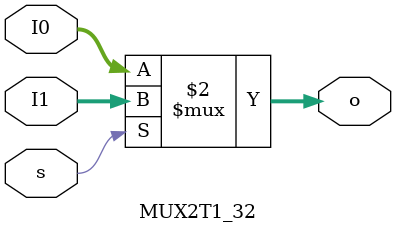
<source format=v>
`timescale 1ns / 1ps

//Íê±¸µÄ
module MUX2T1_32(
input [31:0]I0,//R[rs2]
input [31:0]I1,//Imm
input s,//sÎª1'b1Ñ¡ÔñImm£¬Îª1'b0Ñ¡ÔñR[rs2]
output [31:0]o
);
assign o = (s==0) ? I0 : I1;
endmodule
</source>
